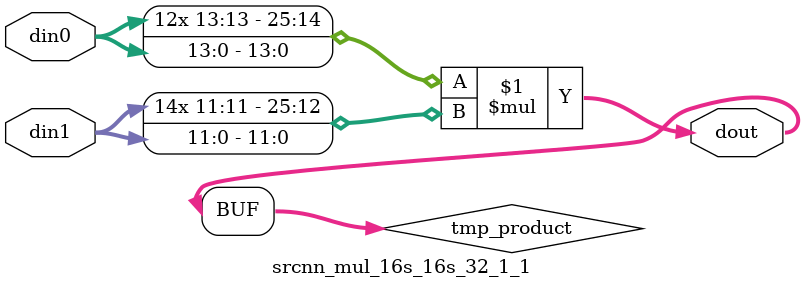
<source format=v>

`timescale 1 ns / 1 ps

  module srcnn_mul_16s_16s_32_1_1(din0, din1, dout);
parameter ID = 1;
parameter NUM_STAGE = 0;
parameter din0_WIDTH = 14;
parameter din1_WIDTH = 12;
parameter dout_WIDTH = 26;

input [din0_WIDTH - 1 : 0] din0; 
input [din1_WIDTH - 1 : 0] din1; 
output [dout_WIDTH - 1 : 0] dout;

wire signed [dout_WIDTH - 1 : 0] tmp_product;













assign tmp_product = $signed(din0) * $signed(din1);








assign dout = tmp_product;







endmodule

</source>
